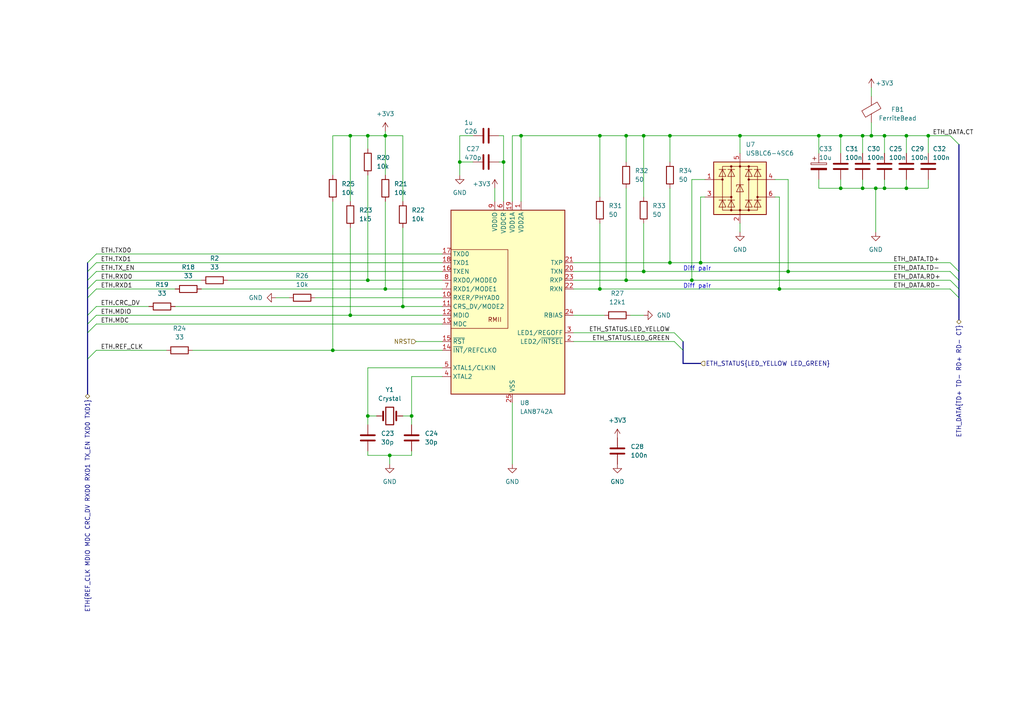
<source format=kicad_sch>
(kicad_sch (version 20230121) (generator eeschema)
  (paper "A4")
  (lib_symbols
    (symbol "Device:C" (pin_numbers hide) (pin_names (offset 0.254))
      (property "Reference" "C" (at 0.635 2.54 0))
      (property "Value" "C" (at 0.635 -2.54 0))
      (symbol "C_0_1"
        (polyline (pts (xy -2.032 -0.762) (xy 2.032 -0.762)) (stroke (width 0.508)))
        (polyline (pts (xy -2.032 0.762) (xy 2.032 0.762)) (stroke (width 0.508)))
      )
      (symbol "C_1_1"
        (pin passive line (at 0 3.81 270) (length 2.794) (name "~") (number "1"))
        (pin passive line (at 0 -3.81 90) (length 2.794) (name "~") (number "2"))
      )
    )
    (symbol "Device:C_Polarized" (pin_numbers hide) (pin_names (offset 0.254))
      (property "Reference" "C" (at 0.635 2.54 0))
      (property "Value" "C_Polarized" (at 0.635 -2.54 0))
      (symbol "C_Polarized_0_1"
        (rectangle (start -2.286 0.508) (end 2.286 1.016))
        (polyline (pts (xy -1.778 2.286) (xy -0.762 2.286)))
        (polyline (pts (xy -1.27 2.794) (xy -1.27 1.778)))
        (rectangle (start 2.286 -0.508) (end -2.286 -1.016) (fill (type outline)))
      )
      (symbol "C_Polarized_1_1"
        (pin passive line (at 0 3.81 270) (length 2.794) (name "~") (number "1"))
        (pin passive line (at 0 -3.81 90) (length 2.794) (name "~") (number "2"))
      )
    )
    (symbol "Device:Crystal" (pin_numbers hide) (pin_names (offset 1.016) hide)
      (property "Reference" "Y" (at 0 3.81 0))
      (property "Value" "Crystal" (at 0 -3.81 0))
      (symbol "Crystal_0_1"
        (rectangle (start -1.143 2.54) (end 1.143 -2.54) (stroke (width 0.3048)))
        (polyline (pts (xy -2.54 0) (xy -1.905 0)))
        (polyline (pts (xy -1.905 -1.27) (xy -1.905 1.27)) (stroke (width 0.508)))
        (polyline (pts (xy 1.905 -1.27) (xy 1.905 1.27)) (stroke (width 0.508)))
        (polyline (pts (xy 2.54 0) (xy 1.905 0)))
      )
      (symbol "Crystal_1_1"
        (pin passive line (at -3.81 0 0) (length 1.27) (name "1") (number "1"))
        (pin passive line (at 3.81 0 180) (length 1.27) (name "2") (number "2"))
      )
    )
    (symbol "Device:FerriteBead" (pin_numbers hide) (pin_names (offset 0))
      (property "Reference" "FB" (at -3.81 0.635 90))
      (property "Value" "FerriteBead" (at 3.81 0 90))
      (symbol "FerriteBead_0_1"
        (polyline (pts (xy 0 -1.27) (xy 0 -1.2192)))
        (polyline (pts (xy 0 1.27) (xy 0 1.2954)))
        (polyline (pts (xy -2.7686 0.4064) (xy -1.7018 2.2606) (xy 2.7686 -0.3048) (xy 1.6764 -2.159) (xy -2.7686 0.4064)))
      )
      (symbol "FerriteBead_1_1"
        (pin passive line (at 0 3.81 270) (length 2.54) (name "~") (number "1"))
        (pin passive line (at 0 -3.81 90) (length 2.54) (name "~") (number "2"))
      )
    )
    (symbol "Device:R" (pin_numbers hide) (pin_names (offset 0))
      (property "Reference" "R" (at 2.032 0 90))
      (property "Value" "R" (at 0 0 90))
      (symbol "R_0_1"
        (rectangle (start -1.016 -2.54) (end 1.016 2.54) (stroke (width 0.254)))
      )
      (symbol "R_1_1"
        (pin passive line (at 0 3.81 270) (length 1.27) (name "~") (number "1"))
        (pin passive line (at 0 -3.81 90) (length 1.27) (name "~") (number "2"))
      )
    )
    (symbol "Interface_Ethernet:LAN8742A"
      (property "Reference" "U" (at -13.97 29.21 0))
      (property "Value" "LAN8742A" (at 15.24 29.21 0))
      (symbol "LAN8742A_0_0"
        (text "RMII" (at -5.08 -3.81 0) (effects (font (size 1.27 1.27))))
      )
      (symbol "LAN8742A_0_1"
        (rectangle (start -17.78 27.94) (end 15.24 -25.4) (stroke (width 0.254)) (fill (type background)))
        (polyline (pts (xy -17.78 -6.35) (xy -1.27 -6.35) (xy -1.27 16.51) (xy -17.78 16.51)))
      )
      (symbol "LAN8742A_1_1"
        (pin power_in line (at 2.54 30.48 270) (length 2.54) (name "VDD2A") (number "1"))
        (pin output line (at -20.32 2.54 0) (length 2.54) (name "RXER/PHYAD0") (number "10"))
        (pin bidirectional line (at -20.32 0 0) (length 2.54) (name "CRS_DV/MODE2") (number "11"))
        (pin bidirectional line (at -20.32 -2.54 0) (length 2.54) (name "MDIO") (number "12"))
        (pin input line (at -20.32 -5.08 0) (length 2.54) (name "MDC") (number "13"))
        (pin output line (at -20.32 -12.7 0) (length 2.54) (name "~{INT}/REFCLKO") (number "14"))
        (pin input line (at -20.32 -10.16 0) (length 2.54) (name "~{RST}") (number "15"))
        (pin input line (at -20.32 10.16 0) (length 2.54) (name "TXEN") (number "16"))
        (pin input line (at -20.32 15.24 0) (length 2.54) (name "TXD0") (number "17"))
        (pin input line (at -20.32 12.7 0) (length 2.54) (name "TXD1") (number "18"))
        (pin power_in line (at 0 30.48 270) (length 2.54) (name "VDD1A") (number "19"))
        (pin bidirectional line (at 17.78 -10.16 180) (length 2.54) (name "LED2/~{INTSEL}") (number "2"))
        (pin passive line (at 17.78 10.16 180) (length 2.54) (name "TXN") (number "20"))
        (pin passive line (at 17.78 12.7 180) (length 2.54) (name "TXP") (number "21"))
        (pin passive line (at 17.78 5.08 180) (length 2.54) (name "RXN") (number "22"))
        (pin passive line (at 17.78 7.62 180) (length 2.54) (name "RXP") (number "23"))
        (pin passive line (at 17.78 -2.54 180) (length 2.54) (name "RBIAS") (number "24"))
        (pin power_in line (at 0 -27.94 90) (length 2.54) (name "VSS") (number "25"))
        (pin bidirectional line (at 17.78 -7.62 180) (length 2.54) (name "LED1/REGOFF") (number "3"))
        (pin output line (at -20.32 -20.32 0) (length 2.54) (name "XTAL2") (number "4"))
        (pin input line (at -20.32 -17.78 0) (length 2.54) (name "XTAL1/CLKIN") (number "5"))
        (pin power_in line (at -2.54 30.48 270) (length 2.54) (name "VDDCR") (number "6"))
        (pin bidirectional line (at -20.32 5.08 0) (length 2.54) (name "RXD1/MODE1") (number "7"))
        (pin bidirectional line (at -20.32 7.62 0) (length 2.54) (name "RXD0/MODE0") (number "8"))
        (pin power_in line (at -5.08 30.48 270) (length 2.54) (name "VDDIO") (number "9"))
      )
    )
    (symbol "Power_Protection:USBLC6-4SC6" (pin_names hide)
      (property "Reference" "U" (at 2.54 8.89 0))
      (property "Value" "USBLC6-4SC6" (at 2.54 -8.89 0))
      (symbol "USBLC6-4SC6_0_1"
        (rectangle (start -7.62 -7.62) (end 7.62 7.62) (stroke (width 0.254)) (fill (type background)))
        (circle (center -5.08 2.54) (radius 0.254) (fill (type outline)))
        (circle (center -2.54 -6.35) (radius 0.254) (fill (type outline)))
        (circle (center -2.54 -2.54) (radius 0.254) (fill (type outline)))
        (circle (center -2.54 6.35) (radius 0.254) (fill (type outline)))
        (rectangle (start -2.54 6.35) (end 2.54 -6.35))
        (circle (center 0 -6.35) (radius 0.254) (fill (type outline)))
        (polyline (pts (xy -5.08 2.54) (xy -7.62 2.54)))
        (polyline (pts (xy -4.064 -3.429) (xy -6.096 -3.429)))
        (polyline (pts (xy -4.064 5.461) (xy -6.096 5.461)))
        (polyline (pts (xy -2.54 -2.54) (xy -7.62 -2.54)))
        (polyline (pts (xy -1.524 -3.429) (xy -3.556 -3.429)))
        (polyline (pts (xy -1.524 5.461) (xy -3.556 5.461)))
        (polyline (pts (xy 0 -7.62) (xy 0 -6.35)))
        (polyline (pts (xy 0 -6.35) (xy 0 1.27)))
        (polyline (pts (xy 0 1.27) (xy 0 6.35)))
        (polyline (pts (xy 0 6.35) (xy 0 7.62)))
        (polyline (pts (xy 1.524 -3.429) (xy 3.556 -3.429)))
        (polyline (pts (xy 1.524 5.461) (xy 3.556 5.461)))
        (polyline (pts (xy 2.54 2.54) (xy 7.62 2.54)))
        (polyline (pts (xy 4.064 -3.429) (xy 6.096 -3.429)))
        (polyline (pts (xy 4.064 5.461) (xy 6.096 5.461)))
        (polyline (pts (xy 5.08 -2.54) (xy 7.62 -2.54)))
        (polyline (pts (xy -6.096 -5.461) (xy -4.064 -5.461) (xy -5.08 -3.429) (xy -6.096 -5.461)))
        (polyline (pts (xy -6.096 3.429) (xy -4.064 3.429) (xy -5.08 5.461) (xy -6.096 3.429)))
        (polyline (pts (xy -3.556 -5.461) (xy -1.524 -5.461) (xy -2.54 -3.429) (xy -3.556 -5.461)))
        (polyline (pts (xy -3.556 3.429) (xy -1.524 3.429) (xy -2.54 5.461) (xy -3.556 3.429)))
        (polyline (pts (xy -2.54 6.35) (xy -5.08 6.35) (xy -5.08 -6.35) (xy -2.54 -6.35)))
        (polyline (pts (xy -1.016 -1.016) (xy 1.016 -1.016) (xy 0 1.016) (xy -1.016 -1.016)))
        (polyline (pts (xy 1.016 1.016) (xy 0.762 1.016) (xy -1.016 1.016) (xy -1.016 0.508)))
        (polyline (pts (xy 2.54 6.35) (xy 5.08 6.35) (xy 5.08 -6.35) (xy 2.54 -6.35)))
        (polyline (pts (xy 3.556 -5.461) (xy 1.524 -5.461) (xy 2.54 -3.429) (xy 3.556 -5.461)))
        (polyline (pts (xy 3.556 3.429) (xy 1.524 3.429) (xy 2.54 5.461) (xy 3.556 3.429)))
        (polyline (pts (xy 6.096 -5.461) (xy 4.064 -5.461) (xy 5.08 -3.429) (xy 6.096 -5.461)))
        (polyline (pts (xy 6.096 3.429) (xy 4.064 3.429) (xy 5.08 5.461) (xy 6.096 3.429)))
        (circle (center 0 6.35) (radius 0.254) (fill (type outline)))
        (circle (center 2.54 -6.35) (radius 0.254) (fill (type outline)))
        (circle (center 2.54 2.54) (radius 0.254) (fill (type outline)))
        (circle (center 2.54 6.35) (radius 0.254) (fill (type outline)))
        (circle (center 5.08 -2.54) (radius 0.254) (fill (type outline)))
      )
      (symbol "USBLC6-4SC6_1_1"
        (pin passive line (at -10.16 2.54 0) (length 2.54) (name "I/O1") (number "1"))
        (pin passive line (at 0 -10.16 90) (length 2.54) (name "GND") (number "2"))
        (pin passive line (at -10.16 -2.54 0) (length 2.54) (name "I/O2") (number "3"))
        (pin passive line (at 10.16 2.54 180) (length 2.54) (name "I/O3") (number "4"))
        (pin passive line (at 0 10.16 270) (length 2.54) (name "VBUS") (number "5"))
        (pin passive line (at 10.16 -2.54 180) (length 2.54) (name "I/O4") (number "6"))
      )
    )
    (symbol "power:+3V3" (power) (pin_names (offset 0))
      (property "Value" "+3V3" (at 0 3.556 0))
      (symbol "+3V3_0_1"
        (polyline (pts (xy -0.762 1.27) (xy 0 2.54)))
        (polyline (pts (xy 0 0) (xy 0 2.54)))
        (polyline (pts (xy 0 2.54) (xy 0.762 1.27)))
      )
      (symbol "+3V3_1_1"
        (pin power_in line (at 0 0 90) (length 0) hide (name "+3V3") (number "1"))
      )
    )
    (symbol "power:GND" (power) (pin_names (offset 0))
      (property "Value" "GND" (at 0 -3.81 0))
      (symbol "GND_0_1"
        (polyline (pts (xy 0 0) (xy 0 -1.27) (xy 1.27 -1.27) (xy 0 -2.54) (xy -1.27 -1.27) (xy 0 -1.27)))
      )
      (symbol "GND_1_1"
        (pin power_in line (at 0 0 270) (length 0) hide (name "GND") (number "1"))
      )
    )
  )
  (junction (at 119.38 120.65))
  (junction (at 243.84 54.61))
  (junction (at 228.6 78.74))
  (junction (at 113.03 132.08))
  (junction (at 173.99 83.82))
  (junction (at 101.6 39.37))
  (junction (at 203.2 76.2))
  (junction (at 243.84 39.37))
  (junction (at 111.76 39.37))
  (junction (at 186.69 39.37))
  (junction (at 133.35 46.99))
  (junction (at 262.89 39.37))
  (junction (at 181.61 81.28))
  (junction (at 237.49 39.37))
  (junction (at 269.24 39.37))
  (junction (at 106.68 81.28))
  (junction (at 256.54 54.61))
  (junction (at 106.68 39.37))
  (junction (at 250.19 54.61))
  (junction (at 194.31 39.37))
  (junction (at 256.54 39.37))
  (junction (at 186.69 78.74))
  (junction (at 151.13 39.37))
  (junction (at 96.52 101.6))
  (junction (at 226.06 83.82))
  (junction (at 111.76 83.82))
  (junction (at 194.31 76.2))
  (junction (at 214.63 39.37))
  (junction (at 200.66 81.28))
  (junction (at 106.68 120.65))
  (junction (at 262.89 54.61))
  (junction (at 101.6 91.44))
  (junction (at 181.61 39.37))
  (junction (at 250.19 39.37))
  (junction (at 146.05 46.99))
  (junction (at 116.84 88.9))
  (junction (at 252.73 39.37))
  (junction (at 254 54.61))
  (junction (at 173.99 39.37))
  (bus_entry (at 27.94 73.66) (size -2.54 2.54))
  (bus_entry (at 27.94 93.98) (size -2.54 2.54))
  (bus_entry (at 198.12 101.6) (size -2.54 -2.54))
  (bus_entry (at 27.94 76.2) (size -2.54 2.54))
  (bus_entry (at 275.59 39.37) (size 2.54 2.54))
  (bus_entry (at 27.94 91.44) (size -2.54 2.54))
  (bus_entry (at 27.94 101.6) (size -2.54 2.54))
  (bus_entry (at 198.12 99.06) (size -2.54 -2.54))
  (bus_entry (at 27.94 83.82) (size -2.54 2.54))
  (bus_entry (at 275.59 81.28) (size 2.54 2.54))
  (bus_entry (at 27.94 81.28) (size -2.54 2.54))
  (bus_entry (at 27.94 88.9) (size -2.54 2.54))
  (bus_entry (at 275.59 83.82) (size 2.54 2.54))
  (bus_entry (at 275.59 76.2) (size 2.54 2.54))
  (bus_entry (at 275.59 78.74) (size 2.54 2.54))
  (bus_entry (at 27.94 78.74) (size -2.54 2.54))
  (wire (pts (xy 256.54 44.45) (xy 256.54 39.37)))
  (wire (pts (xy 186.69 64.77) (xy 186.69 78.74)))
  (wire (pts (xy 181.61 81.28) (xy 200.66 81.28)))
  (bus (pts (xy 203.2 105.41) (xy 198.12 105.41)))
  (wire (pts (xy 116.84 88.9) (xy 128.27 88.9)))
  (wire (pts (xy 27.94 93.98) (xy 128.27 93.98)))
  (wire (pts (xy 243.84 54.61) (xy 250.19 54.61)))
  (wire (pts (xy 101.6 58.42) (xy 101.6 39.37)))
  (wire (pts (xy 256.54 54.61) (xy 256.54 52.07)))
  (wire (pts (xy 27.94 78.74) (xy 128.27 78.74)))
  (wire (pts (xy 128.27 109.22) (xy 119.38 109.22)))
  (wire (pts (xy 106.68 39.37) (xy 111.76 39.37)))
  (bus (pts (xy 278.13 81.28) (xy 278.13 83.82)))
  (wire (pts (xy 262.89 39.37) (xy 262.89 44.45)))
  (wire (pts (xy 116.84 39.37) (xy 116.84 58.42)))
  (wire (pts (xy 119.38 130.81) (xy 119.38 132.08)))
  (wire (pts (xy 119.38 120.65) (xy 119.38 123.19)))
  (wire (pts (xy 111.76 58.42) (xy 111.76 83.82)))
  (wire (pts (xy 106.68 132.08) (xy 106.68 130.81)))
  (wire (pts (xy 250.19 39.37) (xy 250.19 44.45)))
  (wire (pts (xy 181.61 39.37) (xy 186.69 39.37)))
  (wire (pts (xy 262.89 54.61) (xy 262.89 52.07)))
  (wire (pts (xy 27.94 88.9) (xy 43.18 88.9)))
  (wire (pts (xy 224.79 52.07) (xy 228.6 52.07)))
  (wire (pts (xy 194.31 39.37) (xy 194.31 46.99)))
  (wire (pts (xy 133.35 39.37) (xy 133.35 46.99)))
  (wire (pts (xy 58.42 83.82) (xy 111.76 83.82)))
  (wire (pts (xy 226.06 57.15) (xy 226.06 83.82)))
  (wire (pts (xy 182.88 91.44) (xy 186.69 91.44)))
  (wire (pts (xy 262.89 54.61) (xy 269.24 54.61)))
  (wire (pts (xy 128.27 106.68) (xy 106.68 106.68)))
  (wire (pts (xy 200.66 81.28) (xy 275.59 81.28)))
  (wire (pts (xy 106.68 120.65) (xy 106.68 123.19)))
  (wire (pts (xy 113.03 132.08) (xy 106.68 132.08)))
  (bus (pts (xy 278.13 83.82) (xy 278.13 86.36)))
  (wire (pts (xy 250.19 54.61) (xy 250.19 52.07)))
  (wire (pts (xy 101.6 91.44) (xy 128.27 91.44)))
  (wire (pts (xy 269.24 39.37) (xy 275.59 39.37)))
  (wire (pts (xy 116.84 120.65) (xy 119.38 120.65)))
  (wire (pts (xy 250.19 54.61) (xy 254 54.61)))
  (wire (pts (xy 173.99 39.37) (xy 181.61 39.37)))
  (wire (pts (xy 173.99 57.15) (xy 173.99 39.37)))
  (wire (pts (xy 256.54 39.37) (xy 252.73 39.37)))
  (wire (pts (xy 194.31 76.2) (xy 203.2 76.2)))
  (wire (pts (xy 119.38 132.08) (xy 113.03 132.08)))
  (wire (pts (xy 186.69 78.74) (xy 228.6 78.74)))
  (wire (pts (xy 27.94 91.44) (xy 101.6 91.44)))
  (bus (pts (xy 25.4 86.36) (xy 25.4 91.44)))
  (wire (pts (xy 151.13 39.37) (xy 151.13 58.42)))
  (wire (pts (xy 96.52 50.8) (xy 96.52 39.37)))
  (wire (pts (xy 252.73 27.94) (xy 252.73 25.4)))
  (wire (pts (xy 237.49 39.37) (xy 214.63 39.37)))
  (wire (pts (xy 243.84 39.37) (xy 243.84 44.45)))
  (bus (pts (xy 25.4 83.82) (xy 25.4 81.28)))
  (wire (pts (xy 27.94 73.66) (xy 128.27 73.66)))
  (wire (pts (xy 166.37 91.44) (xy 175.26 91.44)))
  (wire (pts (xy 96.52 39.37) (xy 101.6 39.37)))
  (bus (pts (xy 198.12 99.06) (xy 198.12 101.6)))
  (bus (pts (xy 278.13 78.74) (xy 278.13 41.91)))
  (wire (pts (xy 146.05 58.42) (xy 146.05 46.99)))
  (wire (pts (xy 133.35 46.99) (xy 133.35 50.8)))
  (wire (pts (xy 226.06 57.15) (xy 224.79 57.15)))
  (wire (pts (xy 173.99 64.77) (xy 173.99 83.82)))
  (wire (pts (xy 228.6 78.74) (xy 275.59 78.74)))
  (wire (pts (xy 186.69 39.37) (xy 194.31 39.37)))
  (wire (pts (xy 256.54 54.61) (xy 262.89 54.61)))
  (bus (pts (xy 25.4 86.36) (xy 25.4 83.82)))
  (wire (pts (xy 250.19 39.37) (xy 243.84 39.37)))
  (wire (pts (xy 106.68 50.8) (xy 106.68 81.28)))
  (wire (pts (xy 111.76 38.1) (xy 111.76 39.37)))
  (wire (pts (xy 181.61 39.37) (xy 181.61 46.99)))
  (wire (pts (xy 200.66 52.07) (xy 200.66 81.28)))
  (wire (pts (xy 66.04 81.28) (xy 106.68 81.28)))
  (wire (pts (xy 214.63 67.31) (xy 214.63 64.77)))
  (wire (pts (xy 243.84 54.61) (xy 243.84 52.07)))
  (wire (pts (xy 143.51 54.61) (xy 143.51 58.42)))
  (wire (pts (xy 226.06 83.82) (xy 275.59 83.82)))
  (bus (pts (xy 25.4 76.2) (xy 25.4 78.74)))
  (wire (pts (xy 254 54.61) (xy 254 67.31)))
  (wire (pts (xy 237.49 54.61) (xy 243.84 54.61)))
  (wire (pts (xy 111.76 39.37) (xy 111.76 50.8)))
  (wire (pts (xy 106.68 81.28) (xy 128.27 81.28)))
  (wire (pts (xy 80.01 86.36) (xy 83.82 86.36)))
  (bus (pts (xy 25.4 81.28) (xy 25.4 78.74)))
  (wire (pts (xy 269.24 54.61) (xy 269.24 52.07)))
  (wire (pts (xy 204.47 57.15) (xy 203.2 57.15)))
  (wire (pts (xy 166.37 78.74) (xy 186.69 78.74)))
  (wire (pts (xy 146.05 39.37) (xy 144.78 39.37)))
  (wire (pts (xy 27.94 101.6) (xy 48.26 101.6)))
  (wire (pts (xy 106.68 43.18) (xy 106.68 39.37)))
  (wire (pts (xy 55.88 101.6) (xy 96.52 101.6)))
  (wire (pts (xy 50.8 88.9) (xy 116.84 88.9)))
  (wire (pts (xy 173.99 83.82) (xy 226.06 83.82)))
  (wire (pts (xy 137.16 39.37) (xy 133.35 39.37)))
  (wire (pts (xy 166.37 76.2) (xy 194.31 76.2)))
  (wire (pts (xy 228.6 52.07) (xy 228.6 78.74)))
  (wire (pts (xy 151.13 39.37) (xy 173.99 39.37)))
  (wire (pts (xy 96.52 101.6) (xy 128.27 101.6)))
  (wire (pts (xy 120.65 99.06) (xy 128.27 99.06)))
  (wire (pts (xy 101.6 39.37) (xy 106.68 39.37)))
  (wire (pts (xy 119.38 109.22) (xy 119.38 120.65)))
  (bus (pts (xy 278.13 86.36) (xy 278.13 92.71)))
  (wire (pts (xy 116.84 66.04) (xy 116.84 88.9)))
  (wire (pts (xy 133.35 46.99) (xy 137.16 46.99)))
  (bus (pts (xy 25.4 96.52) (xy 25.4 104.14)))
  (wire (pts (xy 148.59 39.37) (xy 148.59 58.42)))
  (wire (pts (xy 269.24 39.37) (xy 269.24 44.45)))
  (wire (pts (xy 243.84 39.37) (xy 237.49 39.37)))
  (bus (pts (xy 25.4 104.14) (xy 25.4 114.3)))
  (wire (pts (xy 27.94 83.82) (xy 50.8 83.82)))
  (wire (pts (xy 148.59 116.84) (xy 148.59 134.62)))
  (wire (pts (xy 111.76 39.37) (xy 116.84 39.37)))
  (wire (pts (xy 109.22 120.65) (xy 106.68 120.65)))
  (wire (pts (xy 237.49 54.61) (xy 237.49 52.07)))
  (wire (pts (xy 27.94 76.2) (xy 128.27 76.2)))
  (wire (pts (xy 166.37 81.28) (xy 181.61 81.28)))
  (wire (pts (xy 252.73 39.37) (xy 250.19 39.37)))
  (wire (pts (xy 111.76 83.82) (xy 128.27 83.82)))
  (wire (pts (xy 146.05 39.37) (xy 146.05 46.99)))
  (wire (pts (xy 194.31 39.37) (xy 214.63 39.37)))
  (wire (pts (xy 256.54 39.37) (xy 262.89 39.37)))
  (wire (pts (xy 106.68 106.68) (xy 106.68 120.65)))
  (wire (pts (xy 96.52 58.42) (xy 96.52 101.6)))
  (wire (pts (xy 186.69 39.37) (xy 186.69 57.15)))
  (bus (pts (xy 25.4 93.98) (xy 25.4 91.44)))
  (wire (pts (xy 262.89 39.37) (xy 269.24 39.37)))
  (wire (pts (xy 203.2 57.15) (xy 203.2 76.2)))
  (wire (pts (xy 214.63 44.45) (xy 214.63 39.37)))
  (wire (pts (xy 166.37 83.82) (xy 173.99 83.82)))
  (wire (pts (xy 254 54.61) (xy 256.54 54.61)))
  (wire (pts (xy 166.37 96.52) (xy 195.58 96.52)))
  (bus (pts (xy 198.12 105.41) (xy 198.12 101.6)))
  (wire (pts (xy 27.94 81.28) (xy 58.42 81.28)))
  (wire (pts (xy 237.49 39.37) (xy 237.49 44.45)))
  (wire (pts (xy 194.31 54.61) (xy 194.31 76.2)))
  (wire (pts (xy 252.73 35.56) (xy 252.73 39.37)))
  (wire (pts (xy 204.47 52.07) (xy 200.66 52.07)))
  (wire (pts (xy 91.44 86.36) (xy 128.27 86.36)))
  (wire (pts (xy 101.6 66.04) (xy 101.6 91.44)))
  (wire (pts (xy 144.78 46.99) (xy 146.05 46.99)))
  (wire (pts (xy 181.61 54.61) (xy 181.61 81.28)))
  (wire (pts (xy 203.2 76.2) (xy 275.59 76.2)))
  (wire (pts (xy 113.03 132.08) (xy 113.03 134.62)))
  (bus (pts (xy 25.4 96.52) (xy 25.4 93.98)))
  (bus (pts (xy 278.13 78.74) (xy 278.13 81.28)))
  (wire (pts (xy 151.13 39.37) (xy 148.59 39.37)))
  (wire (pts (xy 166.37 99.06) (xy 195.58 99.06)))
  (text "Diff pair" (at 198.12 83.82 0) (effects (font (size 1.27 1.27)) (justify left bottom)))
  (text "Diff pair" (at 198.12 78.74 0) (effects (font (size 1.27 1.27)) (justify left bottom)))
  (label "ETH.RXD1" (at 29.21 83.82 0))
  (label "ETH.TX_EN" (at 29.21 78.74 0))
  (label "ETH.MDIO" (at 29.21 91.44 0))
  (label "ETH_STATUS.LED_GREEN" (at 194.31 99.06 180))
  (label "ETH.REF_CLK" (at 29.21 101.6 0))
  (label "ETH_DATA.TD+" (at 259.08 76.2 0))
  (label "ETH_DATA.RD+" (at 259.08 81.28 0))
  (label "ETH.CRC_DV" (at 29.21 88.9 0))
  (label "ETH.MDC" (at 29.21 93.98 0))
  (label "ETH.TXD0" (at 29.21 73.66 0))
  (label "ETH_DATA.CT" (at 270.51 39.37 0))
  (label "ETH.RXD0" (at 29.21 81.28 0))
  (label "ETH_DATA.TD-" (at 259.08 78.74 0))
  (label "ETH_DATA.RD-" (at 259.08 83.82 0))
  (label "ETH.TXD1" (at 29.21 76.2 0))
  (label "ETH_STATUS.LED_YELLOW" (at 194.31 96.52 180))
  (hierarchical_label "ETH_DATA{TD+ TD- RD+ RD- CT}" (shape bidirectional) (at 278.13 92.71 270))
  (hierarchical_label "ETH{REF_CLK MDIO MDC CRC_DV RXD0 RXD1 TX_EN TXD0 TXD1}" (shape bidirectional) (at 25.4 114.3 270))
  (hierarchical_label "NRST" (shape input) (at 120.65 99.06 180))
  (hierarchical_label "ETH_STATUS{LED_YELLOW LED_GREEN}" (shape input) (at 203.2 105.41 0))
  (symbol (lib_id "Device:C") (at 269.24 48.26 0) (unit 1)
    (property "Reference" "C32" (at 270.51 43.18 0) (effects (justify left)))
    (property "Value" "100n" (at 270.51 45.72 0) (effects (justify left)))
  )
  (symbol (lib_id "Device:R") (at 173.99 60.96 0) (unit 1)
    (property "Reference" "R31" (at 176.53 59.69 0) (effects (justify left)))
    (property "Value" "50" (at 176.53 62.23 0) (effects (justify left)))
  )
  (symbol (lib_id "power:+3V3") (at 111.76 38.1 0) (unit 1)
    (property "Reference" "#PWR018" (effects hide))
    (property "Value" "+3V3" (at 111.76 33.02 0))
  )
  (symbol (lib_id "power:GND") (at 113.03 134.62 0) (unit 1)
    (property "Reference" "#PWR020" (effects hide))
    (property "Value" "GND" (at 113.03 139.7 0))
  )
  (symbol (lib_id "power:+3V3") (at 179.07 127 0) (unit 1)
    (property "Reference" "#PWR031" (effects hide))
    (property "Value" "+3V3" (at 179.07 121.92 0))
  )
  (symbol (lib_id "Device:R") (at 111.76 54.61 180) (unit 1)
    (property "Reference" "R21" (at 114.3 53.34 0) (effects (justify right)))
    (property "Value" "10k" (at 114.3 55.88 0) (effects (justify right)))
  )
  (symbol (lib_id "Device:R") (at 116.84 62.23 180) (unit 1)
    (property "Reference" "R22" (at 119.38 60.96 0) (effects (justify right)))
    (property "Value" "10k" (at 119.38 63.5 0) (effects (justify right)))
  )
  (symbol (lib_id "Device:R") (at 181.61 50.8 0) (unit 1)
    (property "Reference" "R32" (at 184.15 49.53 0) (effects (justify left)))
    (property "Value" "50" (at 184.15 52.07 0) (effects (justify left)))
  )
  (symbol (lib_id "power:+3V3") (at 252.73 25.4 0) (unit 1)
    (property "Reference" "#PWR028" (effects hide))
    (property "Value" "+3V3" (at 256.54 24.13 0))
  )
  (symbol (lib_id "power:GND") (at 80.01 86.36 270) (unit 1)
    (property "Reference" "#PWR019" (effects hide))
    (property "Value" "GND" (at 76.2 86.36 90) (effects (justify right)))
  )
  (symbol (lib_id "Device:R") (at 96.52 54.61 180) (unit 1)
    (property "Reference" "R25" (at 99.06 53.34 0) (effects (justify right)))
    (property "Value" "10k" (at 99.06 55.88 0) (effects (justify right)))
  )
  (symbol (lib_id "Device:R") (at 179.07 91.44 90) (unit 1)
    (property "Reference" "R27" (at 179.07 85.09 90))
    (property "Value" "12k1" (at 179.07 87.63 90))
  )
  (symbol (lib_id "Device:R") (at 46.99 88.9 90) (unit 1)
    (property "Reference" "R19" (at 46.99 82.55 90))
    (property "Value" "33" (at 46.99 85.09 90))
  )
  (symbol (lib_id "power:+3V3") (at 143.51 54.61 0) (mirror y) (unit 1)
    (property "Reference" "#PWR029" (effects hide))
    (property "Value" "+3V3" (at 139.7 53.34 0))
  )
  (symbol (lib_id "power:GND") (at 214.63 67.31 0) (unit 1)
    (property "Reference" "#PWR026" (effects hide))
    (property "Value" "GND" (at 214.63 72.39 0))
  )
  (symbol (lib_id "Device:R") (at 106.68 46.99 180) (unit 1)
    (property "Reference" "R20" (at 109.22 45.72 0) (effects (justify right)))
    (property "Value" "10k" (at 109.22 48.26 0) (effects (justify right)))
  )
  (symbol (lib_id "Device:C_Polarized") (at 237.49 48.26 0) (unit 1)
    (property "Reference" "C33" (at 237.49 43.18 0) (effects (justify left)))
    (property "Value" "10u" (at 237.49 45.72 0) (effects (justify left)))
  )
  (symbol (lib_id "power:GND") (at 148.59 134.62 0) (unit 1)
    (property "Reference" "#PWR021" (effects hide))
    (property "Value" "GND" (at 148.59 139.7 0))
  )
  (symbol (lib_id "Power_Protection:USBLC6-4SC6") (at 214.63 54.61 0) (unit 1)
    (property "Reference" "U7" (at 216.2811 41.91 0) (effects (justify left)))
    (property "Value" "USBLC6-4SC6" (at 216.2811 44.45 0) (effects (justify left)))
    (property "Footprint" "Package_TO_SOT_SMD:SOT-23-6" (effects hide))
    (property "Datasheet" "https://www.st.com/resource/en/datasheet/usblc6-4.pdf" (effects hide))
  )
  (symbol (lib_id "Device:R") (at 87.63 86.36 270) (unit 1)
    (property "Reference" "R26" (at 87.63 80.01 90))
    (property "Value" "10k" (at 87.63 82.55 90))
  )
  (symbol (lib_id "power:GND") (at 186.69 91.44 90) (unit 1)
    (property "Reference" "#PWR022" (effects hide))
    (property "Value" "GND" (at 190.5 91.44 90) (effects (justify right)))
  )
  (symbol (lib_id "Device:C") (at 262.89 48.26 0) (unit 1)
    (property "Reference" "C29" (at 264.16 43.18 0) (effects (justify left)))
    (property "Value" "100n" (at 264.16 45.72 0) (effects (justify left)))
  )
  (symbol (lib_id "Device:C") (at 250.19 48.26 0) (unit 1)
    (property "Reference" "C30" (at 251.46 43.18 0) (effects (justify left)))
    (property "Value" "100n" (at 251.46 45.72 0) (effects (justify left)))
  )
  (symbol (lib_id "Device:C") (at 256.54 48.26 0) (unit 1)
    (property "Reference" "C25" (at 257.81 43.18 0) (effects (justify left)))
    (property "Value" "100n" (at 257.81 45.72 0) (effects (justify left)))
  )
  (symbol (lib_id "power:GND") (at 179.07 134.62 0) (unit 1)
    (property "Reference" "#PWR030" (effects hide))
    (property "Value" "GND" (at 179.07 139.7 0))
  )
  (symbol (lib_id "power:GND") (at 254 67.31 0) (unit 1)
    (property "Reference" "#PWR027" (effects hide))
    (property "Value" "GND" (at 254 72.39 0))
  )
  (symbol (lib_id "Device:R") (at 54.61 83.82 90) (unit 1)
    (property "Reference" "R18" (at 54.61 77.47 90))
    (property "Value" "33" (at 54.61 80.01 90))
  )
  (symbol (lib_id "Device:C") (at 243.84 48.26 0) (unit 1)
    (property "Reference" "C31" (at 245.11 43.18 0) (effects (justify left)))
    (property "Value" "100n" (at 245.11 45.72 0) (effects (justify left)))
  )
  (symbol (lib_id "Device:FerriteBead") (at 252.73 31.75 0) (mirror x) (unit 1)
    (property "Reference" "FB1" (at 260.35 31.75 0))
    (property "Value" "FerriteBead" (at 260.35 34.29 0))
  )
  (symbol (lib_id "Device:R") (at 52.07 101.6 90) (unit 1)
    (property "Reference" "R24" (at 52.07 95.25 90))
    (property "Value" "33" (at 52.07 97.79 90))
  )
  (symbol (lib_id "Device:R") (at 194.31 50.8 0) (unit 1)
    (property "Reference" "R34" (at 196.85 49.53 0) (effects (justify left)))
    (property "Value" "50" (at 196.85 52.07 0) (effects (justify left)))
  )
  (symbol (lib_id "Device:R") (at 101.6 62.23 180) (unit 1)
    (property "Reference" "R23" (at 104.14 60.96 0) (effects (justify right)))
    (property "Value" "1k5" (at 104.14 63.5 0) (effects (justify right)))
  )
  (symbol (lib_id "Interface_Ethernet:LAN8742A") (at 148.59 88.9 0) (unit 1)
    (property "Reference" "U8" (at 150.7841 116.84 0) (effects (justify left)))
    (property "Value" "LAN8742A" (at 150.7841 119.38 0) (effects (justify left)))
    (property "Footprint" "Package_DFN_QFN:VQFN-24-1EP_4x4mm_P0.5mm_EP2.5x2.5mm_ThermalVias" (effects hide))
    (property "Datasheet" "http://ww1.microchip.com/downloads/en/DeviceDoc/8742a.pdf" (effects hide))
  )
  (symbol (lib_id "Device:C") (at 140.97 39.37 270) (mirror x) (unit 1)
    (property "Reference" "C26" (at 134.62 38.1 90) (effects (justify left)))
    (property "Value" "1u" (at 134.62 35.56 90) (effects (justify left)))
  )
  (symbol (lib_id "Device:R") (at 186.69 60.96 0) (unit 1)
    (property "Reference" "R33" (at 189.23 59.69 0) (effects (justify left)))
    (property "Value" "50" (at 189.23 62.23 0) (effects (justify left)))
  )
  (symbol (lib_id "Device:R") (at 62.23 81.28 90) (unit 1)
    (property "Reference" "R2" (at 62.23 74.93 90))
    (property "Value" "33" (at 62.23 77.47 90))
  )
  (symbol (lib_id "Device:C") (at 140.97 46.99 90) (unit 1)
    (property "Reference" "C27" (at 137.16 43.18 90))
    (property "Value" "470p" (at 137.16 45.72 90))
  )
  (symbol (lib_id "Device:Crystal") (at 113.03 120.65 180) (unit 1)
    (property "Reference" "Y1" (at 113.03 113.03 0))
    (property "Value" "Crystal" (at 113.03 115.57 0))
  )
  (symbol (lib_id "power:GND") (at 133.35 50.8 0) (unit 1)
    (property "Reference" "#PWR032" (effects hide))
    (property "Value" "GND" (at 133.35 55.88 0))
  )
  (symbol (lib_id "Device:C") (at 119.38 127 0) (unit 1)
    (property "Reference" "C24" (at 123.19 125.73 0) (effects (justify left)))
    (property "Value" "30p" (at 123.19 128.27 0) (effects (justify left)))
  )
  (symbol (lib_id "Device:C") (at 106.68 127 0) (unit 1)
    (property "Reference" "C23" (at 110.49 125.73 0) (effects (justify left)))
    (property "Value" "30p" (at 110.49 128.27 0) (effects (justify left)))
  )
  (symbol (lib_id "Device:C") (at 179.07 130.81 0) (unit 1)
    (property "Reference" "C28" (at 182.88 129.54 0) (effects (justify left)))
    (property "Value" "100n" (at 182.88 132.08 0) (effects (justify left)))
  )
)
</source>
